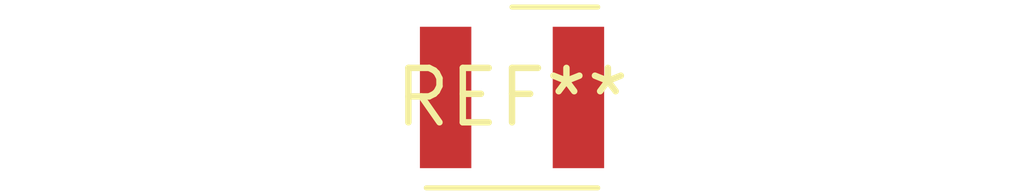
<source format=kicad_pcb>
(kicad_pcb (version 20240108) (generator pcbnew)
  (layers (0 "F.Cu" signal) (31 "B.Cu" signal) (34 "B.Paste" user) (35 "F.Paste" user) (36 "B.SilkS" user "B.Silkscreen") (37 "F.SilkS" user "F.Silkscreen") (38 "B.Mask" user) (39 "F.Mask" user) (44 "Edge.Cuts" user))
  (net 0 "")
  (footprint "L_Wurth_WE-LQSH-4020" (layer "F.Cu") (at 0 0)
    (property "Reference" "REF**")
    (property "Value" "L_Wurth_WE-LQSH-4020")
    (fp_line (start -2 2.11) (end 2 2.11) (layer "F.SilkS") (stroke (width 0.12)))
    (fp_line (start 0 -2.11) (end 2 -2.11) (layer "F.SilkS") (stroke (width 0.12)))
    (pad "1" smd rect (at -1.55 0) (size 1.2 3.3) (layers "F.Cu" "F.Paste" "F.Mask"))
    (pad "2" smd rect (at 1.55 0) (size 1.2 3.3) (layers "F.Cu" "F.Paste" "F.Mask"))
  )
)
</source>
